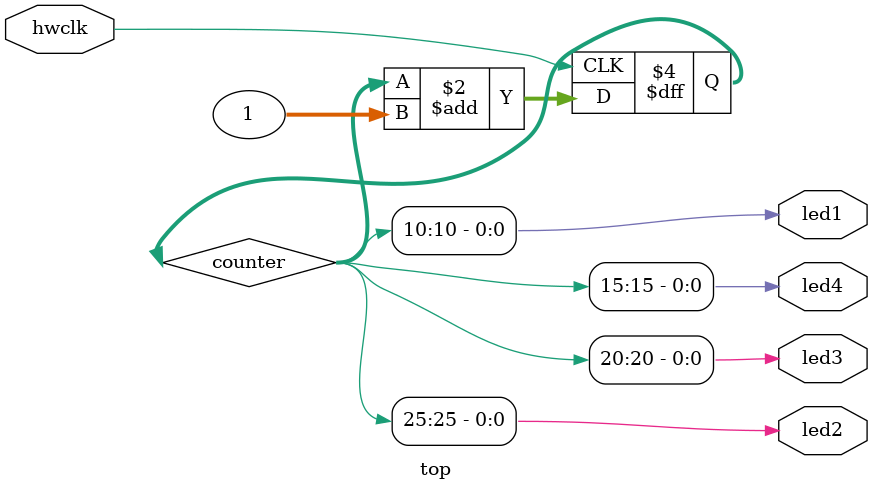
<source format=v>
module top(input hwclk,
           output led1,
           output led2,
           output led3,
           output led4);
   
   reg [31:0]     counter = 32'b0;

   assign led1 = counter[10];

   assign led2 = counter[25];

   assign led3 = counter[20];

   assign led4 = counter[15];

   always @(posedge hwclk) begin
      counter <= counter + 1;
   end
   
endmodule

</source>
